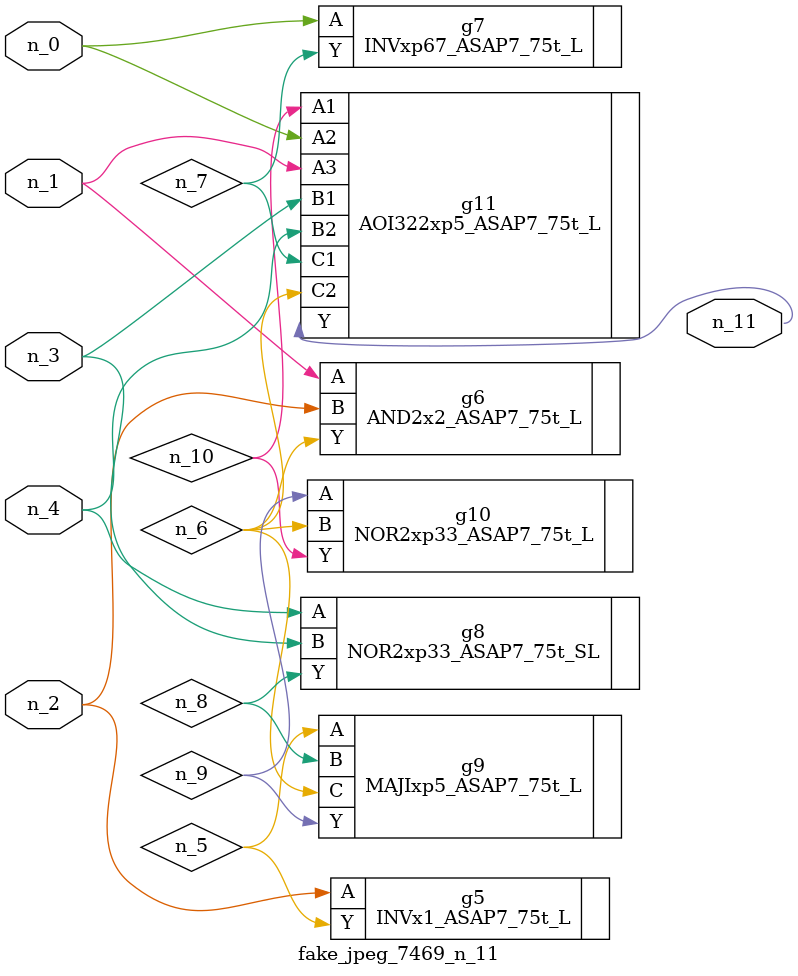
<source format=v>
module fake_jpeg_7469_n_11 (n_3, n_2, n_1, n_0, n_4, n_11);

input n_3;
input n_2;
input n_1;
input n_0;
input n_4;

output n_11;

wire n_10;
wire n_8;
wire n_9;
wire n_6;
wire n_5;
wire n_7;

INVx1_ASAP7_75t_L g5 ( 
.A(n_2),
.Y(n_5)
);

AND2x2_ASAP7_75t_L g6 ( 
.A(n_1),
.B(n_2),
.Y(n_6)
);

INVxp67_ASAP7_75t_L g7 ( 
.A(n_0),
.Y(n_7)
);

NOR2xp33_ASAP7_75t_SL g8 ( 
.A(n_4),
.B(n_3),
.Y(n_8)
);

MAJIxp5_ASAP7_75t_L g9 ( 
.A(n_5),
.B(n_8),
.C(n_6),
.Y(n_9)
);

NOR2xp33_ASAP7_75t_L g10 ( 
.A(n_9),
.B(n_6),
.Y(n_10)
);

AOI322xp5_ASAP7_75t_L g11 ( 
.A1(n_10),
.A2(n_0),
.A3(n_1),
.B1(n_3),
.B2(n_4),
.C1(n_7),
.C2(n_6),
.Y(n_11)
);


endmodule
</source>
